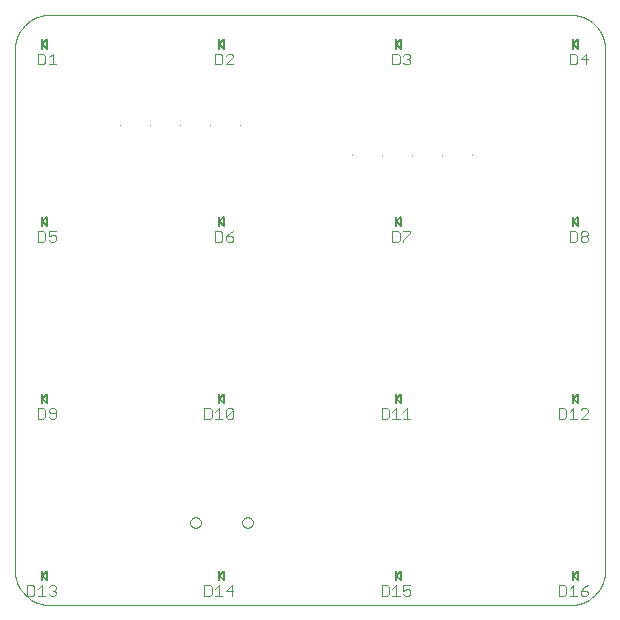
<source format=gto>
G75*
G70*
%OFA0B0*%
%FSLAX24Y24*%
%IPPOS*%
%LPD*%
%AMOC8*
5,1,8,0,0,1.08239X$1,22.5*
%
%ADD10C,0.0001*%
%ADD11C,0.0000*%
%ADD12C,0.0050*%
%ADD13C,0.0040*%
D10*
X000504Y001685D02*
X000504Y019008D01*
X000506Y019074D01*
X000511Y019140D01*
X000521Y019206D01*
X000534Y019271D01*
X000550Y019335D01*
X000570Y019398D01*
X000594Y019460D01*
X000621Y019520D01*
X000651Y019579D01*
X000685Y019636D01*
X000722Y019691D01*
X000762Y019744D01*
X000804Y019795D01*
X000850Y019843D01*
X000898Y019889D01*
X000949Y019931D01*
X001002Y019971D01*
X001057Y020008D01*
X001114Y020042D01*
X001173Y020072D01*
X001233Y020099D01*
X001295Y020123D01*
X001358Y020143D01*
X001422Y020159D01*
X001487Y020172D01*
X001553Y020182D01*
X001619Y020187D01*
X001685Y020189D01*
X019008Y020189D01*
X019074Y020187D01*
X019140Y020182D01*
X019206Y020172D01*
X019271Y020159D01*
X019335Y020143D01*
X019398Y020123D01*
X019460Y020099D01*
X019520Y020072D01*
X019579Y020042D01*
X019636Y020008D01*
X019691Y019971D01*
X019744Y019931D01*
X019795Y019889D01*
X019843Y019843D01*
X019889Y019795D01*
X019931Y019744D01*
X019971Y019691D01*
X020008Y019636D01*
X020042Y019579D01*
X020072Y019520D01*
X020099Y019460D01*
X020123Y019398D01*
X020143Y019335D01*
X020159Y019271D01*
X020172Y019206D01*
X020182Y019140D01*
X020187Y019074D01*
X020189Y019008D01*
X020189Y001685D01*
X020187Y001619D01*
X020182Y001553D01*
X020172Y001487D01*
X020159Y001422D01*
X020143Y001358D01*
X020123Y001295D01*
X020099Y001233D01*
X020072Y001173D01*
X020042Y001114D01*
X020008Y001057D01*
X019971Y001002D01*
X019931Y000949D01*
X019889Y000898D01*
X019843Y000850D01*
X019795Y000804D01*
X019744Y000762D01*
X019691Y000722D01*
X019636Y000685D01*
X019579Y000651D01*
X019520Y000621D01*
X019460Y000594D01*
X019398Y000570D01*
X019335Y000550D01*
X019271Y000534D01*
X019206Y000521D01*
X019140Y000511D01*
X019074Y000506D01*
X019008Y000504D01*
X001685Y000504D01*
X001619Y000506D01*
X001553Y000511D01*
X001487Y000521D01*
X001422Y000534D01*
X001358Y000550D01*
X001295Y000570D01*
X001233Y000594D01*
X001173Y000621D01*
X001114Y000651D01*
X001057Y000685D01*
X001002Y000722D01*
X000949Y000762D01*
X000898Y000804D01*
X000850Y000850D01*
X000804Y000898D01*
X000762Y000949D01*
X000722Y001002D01*
X000685Y001057D01*
X000651Y001114D01*
X000621Y001173D01*
X000594Y001233D01*
X000570Y001295D01*
X000550Y001358D01*
X000534Y001422D01*
X000521Y001487D01*
X000511Y001553D01*
X000506Y001619D01*
X000504Y001685D01*
D11*
X006351Y003260D02*
X006353Y003286D01*
X006359Y003312D01*
X006369Y003337D01*
X006382Y003360D01*
X006398Y003380D01*
X006418Y003398D01*
X006440Y003413D01*
X006463Y003425D01*
X006489Y003433D01*
X006515Y003437D01*
X006541Y003437D01*
X006567Y003433D01*
X006593Y003425D01*
X006617Y003413D01*
X006638Y003398D01*
X006658Y003380D01*
X006674Y003360D01*
X006687Y003337D01*
X006697Y003312D01*
X006703Y003286D01*
X006705Y003260D01*
X006703Y003234D01*
X006697Y003208D01*
X006687Y003183D01*
X006674Y003160D01*
X006658Y003140D01*
X006638Y003122D01*
X006616Y003107D01*
X006593Y003095D01*
X006567Y003087D01*
X006541Y003083D01*
X006515Y003083D01*
X006489Y003087D01*
X006463Y003095D01*
X006439Y003107D01*
X006418Y003122D01*
X006398Y003140D01*
X006382Y003160D01*
X006369Y003183D01*
X006359Y003208D01*
X006353Y003234D01*
X006351Y003260D01*
X008083Y003260D02*
X008085Y003286D01*
X008091Y003312D01*
X008101Y003337D01*
X008114Y003360D01*
X008130Y003380D01*
X008150Y003398D01*
X008172Y003413D01*
X008195Y003425D01*
X008221Y003433D01*
X008247Y003437D01*
X008273Y003437D01*
X008299Y003433D01*
X008325Y003425D01*
X008349Y003413D01*
X008370Y003398D01*
X008390Y003380D01*
X008406Y003360D01*
X008419Y003337D01*
X008429Y003312D01*
X008435Y003286D01*
X008437Y003260D01*
X008435Y003234D01*
X008429Y003208D01*
X008419Y003183D01*
X008406Y003160D01*
X008390Y003140D01*
X008370Y003122D01*
X008348Y003107D01*
X008325Y003095D01*
X008299Y003087D01*
X008273Y003083D01*
X008247Y003083D01*
X008221Y003087D01*
X008195Y003095D01*
X008171Y003107D01*
X008150Y003122D01*
X008130Y003140D01*
X008114Y003160D01*
X008101Y003183D01*
X008091Y003208D01*
X008085Y003234D01*
X008083Y003260D01*
X011753Y015504D02*
X011753Y015505D01*
X011754Y015505D01*
X011755Y015505D01*
X011755Y015504D01*
X011755Y015503D01*
X011754Y015503D01*
X011753Y015503D01*
X011753Y015504D01*
X012753Y015504D02*
X012753Y015505D01*
X012754Y015505D01*
X012755Y015505D01*
X012755Y015504D01*
X012755Y015503D01*
X012754Y015503D01*
X012753Y015503D01*
X012753Y015504D01*
X013753Y015504D02*
X013753Y015505D01*
X013754Y015505D01*
X013755Y015505D01*
X013755Y015504D01*
X013755Y015503D01*
X013754Y015503D01*
X013753Y015503D01*
X013753Y015504D01*
X014753Y015504D02*
X014753Y015505D01*
X014754Y015505D01*
X014755Y015505D01*
X014755Y015504D01*
X014755Y015503D01*
X014754Y015503D01*
X014753Y015503D01*
X014753Y015504D01*
X015753Y015504D02*
X015753Y015505D01*
X015754Y015505D01*
X015755Y015505D01*
X015755Y015504D01*
X015755Y015503D01*
X015754Y015503D01*
X015753Y015503D01*
X015753Y015504D01*
X008003Y016504D02*
X008003Y016505D01*
X008004Y016505D01*
X008005Y016505D01*
X008005Y016504D01*
X008005Y016503D01*
X008004Y016503D01*
X008003Y016503D01*
X008003Y016504D01*
X007003Y016504D02*
X007003Y016505D01*
X007004Y016505D01*
X007005Y016505D01*
X007005Y016504D01*
X007005Y016503D01*
X007004Y016503D01*
X007003Y016503D01*
X007003Y016504D01*
X006003Y016504D02*
X006003Y016505D01*
X006004Y016505D01*
X006005Y016505D01*
X006005Y016504D01*
X006005Y016503D01*
X006004Y016503D01*
X006003Y016503D01*
X006003Y016504D01*
X005003Y016504D02*
X005003Y016505D01*
X005004Y016505D01*
X005005Y016505D01*
X005005Y016504D01*
X005005Y016503D01*
X005004Y016503D01*
X005003Y016503D01*
X005003Y016504D01*
X004003Y016504D02*
X004003Y016505D01*
X004004Y016505D01*
X004005Y016505D01*
X004005Y016504D01*
X004005Y016503D01*
X004004Y016503D01*
X004003Y016503D01*
X004003Y016504D01*
D12*
X001567Y019047D02*
X001409Y019205D01*
X001567Y019362D01*
X001567Y019047D01*
X001409Y019047D02*
X001409Y019205D01*
X001409Y019362D01*
X001409Y013457D02*
X001409Y013299D01*
X001567Y013457D01*
X001567Y013142D01*
X001409Y013299D01*
X001409Y013142D01*
X001409Y007551D02*
X001409Y007394D01*
X001567Y007551D01*
X001567Y007236D01*
X001409Y007394D01*
X001409Y007236D01*
X001409Y001646D02*
X001409Y001488D01*
X001567Y001646D01*
X001567Y001331D01*
X001409Y001488D01*
X001409Y001331D01*
X007315Y001331D02*
X007315Y001488D01*
X007472Y001646D01*
X007472Y001331D01*
X007315Y001488D01*
X007315Y001646D01*
X007315Y007236D02*
X007315Y007394D01*
X007472Y007551D01*
X007472Y007236D01*
X007315Y007394D01*
X007315Y007551D01*
X007315Y013142D02*
X007315Y013299D01*
X007472Y013457D01*
X007472Y013142D01*
X007315Y013299D01*
X007315Y013457D01*
X007315Y019047D02*
X007315Y019205D01*
X007472Y019362D01*
X007472Y019047D01*
X007315Y019205D01*
X007315Y019362D01*
X013220Y019362D02*
X013220Y019205D01*
X013378Y019362D01*
X013378Y019047D01*
X013220Y019205D01*
X013220Y019047D01*
X013220Y013457D02*
X013220Y013299D01*
X013378Y013457D01*
X013378Y013142D01*
X013220Y013299D01*
X013220Y013142D01*
X013220Y007551D02*
X013220Y007394D01*
X013378Y007551D01*
X013378Y007236D01*
X013220Y007394D01*
X013220Y007236D01*
X013220Y001646D02*
X013220Y001488D01*
X013378Y001646D01*
X013378Y001331D01*
X013220Y001488D01*
X013220Y001331D01*
X019126Y001331D02*
X019126Y001488D01*
X019283Y001646D01*
X019283Y001331D01*
X019126Y001488D01*
X019126Y001646D01*
X019126Y007236D02*
X019126Y007394D01*
X019283Y007551D01*
X019283Y007236D01*
X019126Y007394D01*
X019126Y007551D01*
X019126Y013142D02*
X019126Y013299D01*
X019283Y013457D01*
X019283Y013142D01*
X019126Y013299D01*
X019126Y013457D01*
X019126Y019047D02*
X019126Y019205D01*
X019283Y019362D01*
X019283Y019047D01*
X019126Y019205D01*
X019126Y019362D01*
D13*
X001098Y000814D02*
X000921Y000814D01*
X000921Y001168D01*
X001098Y001168D01*
X001157Y001109D01*
X001157Y000873D01*
X001098Y000814D01*
X001283Y000814D02*
X001519Y000814D01*
X001401Y000814D02*
X001401Y001168D01*
X001283Y001050D01*
X001646Y001109D02*
X001705Y001168D01*
X001823Y001168D01*
X001882Y001109D01*
X001882Y001050D01*
X001823Y000991D01*
X001882Y000932D01*
X001882Y000873D01*
X001823Y000814D01*
X001705Y000814D01*
X001646Y000873D01*
X001764Y000991D02*
X001823Y000991D01*
X006826Y000814D02*
X007003Y000814D01*
X007062Y000873D01*
X007062Y001109D01*
X007003Y001168D01*
X006826Y001168D01*
X006826Y000814D01*
X007189Y000814D02*
X007425Y000814D01*
X007307Y000814D02*
X007307Y001168D01*
X007189Y001050D01*
X007551Y000991D02*
X007787Y000991D01*
X007728Y000814D02*
X007728Y001168D01*
X007551Y000991D01*
X012732Y000814D02*
X012909Y000814D01*
X012968Y000873D01*
X012968Y001109D01*
X012909Y001168D01*
X012732Y001168D01*
X012732Y000814D01*
X013094Y000814D02*
X013330Y000814D01*
X013212Y000814D02*
X013212Y001168D01*
X013094Y001050D01*
X013457Y000991D02*
X013575Y001050D01*
X013634Y001050D01*
X013693Y000991D01*
X013693Y000873D01*
X013634Y000814D01*
X013516Y000814D01*
X013457Y000873D01*
X013457Y000991D02*
X013457Y001168D01*
X013693Y001168D01*
X018637Y001168D02*
X018637Y000814D01*
X018814Y000814D01*
X018873Y000873D01*
X018873Y001109D01*
X018814Y001168D01*
X018637Y001168D01*
X019000Y001050D02*
X019118Y001168D01*
X019118Y000814D01*
X019000Y000814D02*
X019236Y000814D01*
X019362Y000873D02*
X019421Y000814D01*
X019539Y000814D01*
X019598Y000873D01*
X019598Y000932D01*
X019539Y000991D01*
X019362Y000991D01*
X019362Y000873D01*
X019362Y000991D02*
X019480Y001109D01*
X019598Y001168D01*
X019598Y006720D02*
X019362Y006720D01*
X019598Y006956D01*
X019598Y007015D01*
X019539Y007074D01*
X019421Y007074D01*
X019362Y007015D01*
X019118Y007074D02*
X019118Y006720D01*
X019000Y006720D02*
X019236Y006720D01*
X019000Y006956D02*
X019118Y007074D01*
X018873Y007015D02*
X018814Y007074D01*
X018637Y007074D01*
X018637Y006720D01*
X018814Y006720D01*
X018873Y006779D01*
X018873Y007015D01*
X013693Y006720D02*
X013457Y006720D01*
X013575Y006720D02*
X013575Y007074D01*
X013457Y006956D01*
X013330Y006720D02*
X013094Y006720D01*
X013212Y006720D02*
X013212Y007074D01*
X013094Y006956D01*
X012968Y007015D02*
X012968Y006779D01*
X012909Y006720D01*
X012732Y006720D01*
X012732Y007074D01*
X012909Y007074D01*
X012968Y007015D01*
X007787Y007015D02*
X007787Y006779D01*
X007728Y006720D01*
X007610Y006720D01*
X007551Y006779D01*
X007787Y007015D01*
X007728Y007074D01*
X007610Y007074D01*
X007551Y007015D01*
X007551Y006779D01*
X007425Y006720D02*
X007189Y006720D01*
X007307Y006720D02*
X007307Y007074D01*
X007189Y006956D01*
X007062Y007015D02*
X007003Y007074D01*
X006826Y007074D01*
X006826Y006720D01*
X007003Y006720D01*
X007062Y006779D01*
X007062Y007015D01*
X001882Y007015D02*
X001882Y006779D01*
X001823Y006720D01*
X001705Y006720D01*
X001646Y006779D01*
X001519Y006779D02*
X001519Y007015D01*
X001460Y007074D01*
X001283Y007074D01*
X001283Y006720D01*
X001460Y006720D01*
X001519Y006779D01*
X001646Y006956D02*
X001705Y006897D01*
X001882Y006897D01*
X001882Y007015D02*
X001823Y007074D01*
X001705Y007074D01*
X001646Y007015D01*
X001646Y006956D01*
X001705Y012626D02*
X001646Y012684D01*
X001705Y012626D02*
X001823Y012626D01*
X001882Y012684D01*
X001882Y012802D01*
X001823Y012861D01*
X001764Y012861D01*
X001646Y012802D01*
X001646Y012979D01*
X001882Y012979D01*
X001519Y012921D02*
X001519Y012684D01*
X001460Y012626D01*
X001283Y012626D01*
X001283Y012979D01*
X001460Y012979D01*
X001519Y012921D01*
X001460Y018531D02*
X001283Y018531D01*
X001283Y018885D01*
X001460Y018885D01*
X001519Y018826D01*
X001519Y018590D01*
X001460Y018531D01*
X001646Y018531D02*
X001882Y018531D01*
X001764Y018531D02*
X001764Y018885D01*
X001646Y018767D01*
X007189Y018885D02*
X007189Y018531D01*
X007366Y018531D01*
X007425Y018590D01*
X007425Y018826D01*
X007366Y018885D01*
X007189Y018885D01*
X007551Y018826D02*
X007610Y018885D01*
X007728Y018885D01*
X007787Y018826D01*
X007787Y018767D01*
X007551Y018531D01*
X007787Y018531D01*
X013094Y018531D02*
X013271Y018531D01*
X013330Y018590D01*
X013330Y018826D01*
X013271Y018885D01*
X013094Y018885D01*
X013094Y018531D01*
X013457Y018590D02*
X013516Y018531D01*
X013634Y018531D01*
X013693Y018590D01*
X013693Y018649D01*
X013634Y018708D01*
X013575Y018708D01*
X013634Y018708D02*
X013693Y018767D01*
X013693Y018826D01*
X013634Y018885D01*
X013516Y018885D01*
X013457Y018826D01*
X019000Y018885D02*
X019000Y018531D01*
X019177Y018531D01*
X019236Y018590D01*
X019236Y018826D01*
X019177Y018885D01*
X019000Y018885D01*
X019362Y018708D02*
X019598Y018708D01*
X019539Y018531D02*
X019539Y018885D01*
X019362Y018708D01*
X019421Y012979D02*
X019539Y012979D01*
X019598Y012921D01*
X019598Y012861D01*
X019539Y012802D01*
X019421Y012802D01*
X019362Y012861D01*
X019362Y012921D01*
X019421Y012979D01*
X019421Y012802D02*
X019362Y012744D01*
X019362Y012684D01*
X019421Y012626D01*
X019539Y012626D01*
X019598Y012684D01*
X019598Y012744D01*
X019539Y012802D01*
X019236Y012684D02*
X019236Y012921D01*
X019177Y012979D01*
X019000Y012979D01*
X019000Y012626D01*
X019177Y012626D01*
X019236Y012684D01*
X013693Y012921D02*
X013457Y012684D01*
X013457Y012626D01*
X013330Y012684D02*
X013330Y012921D01*
X013271Y012979D01*
X013094Y012979D01*
X013094Y012626D01*
X013271Y012626D01*
X013330Y012684D01*
X013457Y012979D02*
X013693Y012979D01*
X013693Y012921D01*
X007787Y012979D02*
X007669Y012921D01*
X007551Y012802D01*
X007728Y012802D01*
X007787Y012744D01*
X007787Y012684D01*
X007728Y012626D01*
X007610Y012626D01*
X007551Y012684D01*
X007551Y012802D01*
X007425Y012684D02*
X007425Y012921D01*
X007366Y012979D01*
X007189Y012979D01*
X007189Y012626D01*
X007366Y012626D01*
X007425Y012684D01*
M02*

</source>
